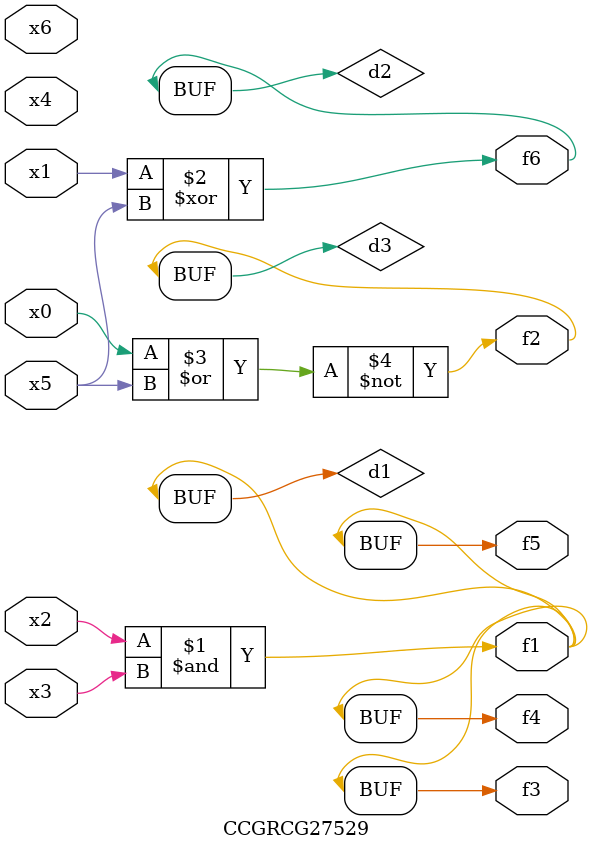
<source format=v>
module CCGRCG27529(
	input x0, x1, x2, x3, x4, x5, x6,
	output f1, f2, f3, f4, f5, f6
);

	wire d1, d2, d3;

	and (d1, x2, x3);
	xor (d2, x1, x5);
	nor (d3, x0, x5);
	assign f1 = d1;
	assign f2 = d3;
	assign f3 = d1;
	assign f4 = d1;
	assign f5 = d1;
	assign f6 = d2;
endmodule

</source>
